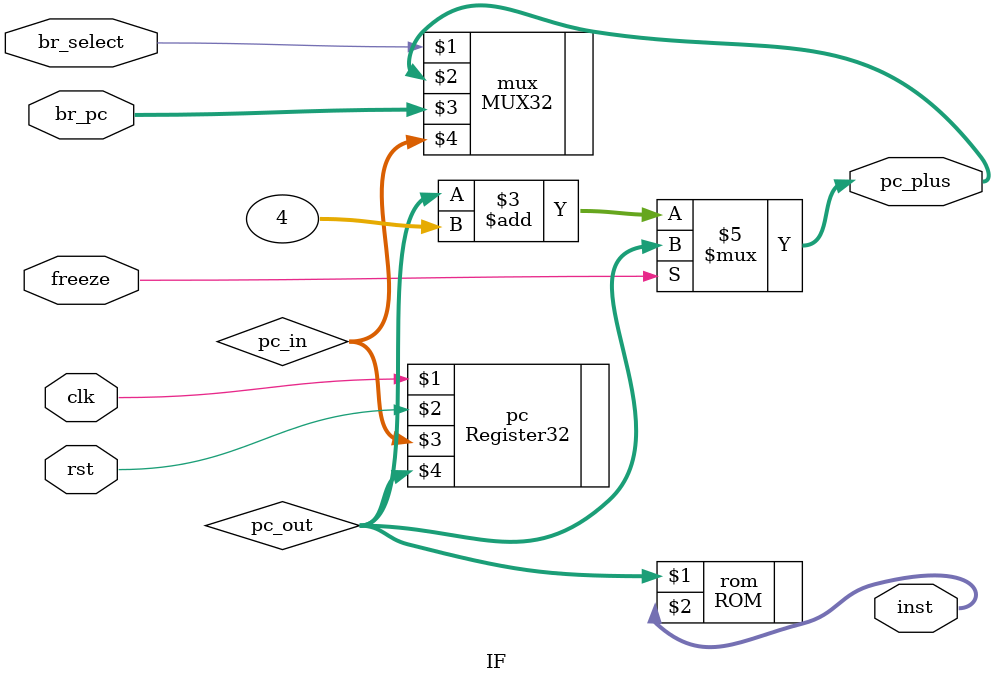
<source format=v>
module IF(
	input clk,
	input rst,
	input br_select,
	input [31:0] br_pc,
	input freeze,
	output reg [31:0] pc_plus,
	output [31:0] inst
);
	wire [31:0] pc_in, pc_out;
	
	MUX32 mux(br_select, pc_plus, br_pc, pc_in);
	Register32 pc(clk, rst, pc_in, pc_out);
	ROM rom(pc_out, inst);
	
	always@(*) begin
		if(freeze == 1'b0)
			pc_plus <= pc_out + 4;
		else 
			pc_plus <= pc_out;
	end
endmodule
</source>
